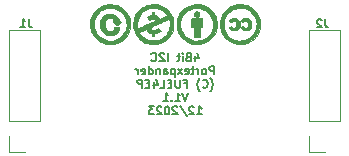
<source format=gbr>
%TF.GenerationSoftware,KiCad,Pcbnew,6.0.11-2627ca5db0~126~ubuntu22.04.1*%
%TF.CreationDate,2023-12-16T12:01:51+01:00*%
%TF.ProjectId,4Bit_I2C_Port_Expander_Module_FUEL4EP,34426974-5f49-4324-935f-506f72745f45,V1.1*%
%TF.SameCoordinates,Original*%
%TF.FileFunction,Legend,Bot*%
%TF.FilePolarity,Positive*%
%FSLAX46Y46*%
G04 Gerber Fmt 4.6, Leading zero omitted, Abs format (unit mm)*
G04 Created by KiCad (PCBNEW 6.0.11-2627ca5db0~126~ubuntu22.04.1) date 2023-12-16 12:01:51*
%MOMM*%
%LPD*%
G01*
G04 APERTURE LIST*
%ADD10C,0.152400*%
%ADD11C,0.150000*%
%ADD12C,0.120000*%
%ADD13C,0.010000*%
%ADD14C,1.000000*%
%ADD15R,1.700000X1.700000*%
%ADD16O,1.700000X1.700000*%
G04 APERTURE END LIST*
D10*
X16940000Y8789000D02*
X16940000Y8322333D01*
X17106666Y9055666D02*
X17273333Y8555666D01*
X16840000Y8555666D01*
X16340000Y8689000D02*
X16240000Y8655666D01*
X16206666Y8622333D01*
X16173333Y8555666D01*
X16173333Y8455666D01*
X16206666Y8389000D01*
X16240000Y8355666D01*
X16306666Y8322333D01*
X16573333Y8322333D01*
X16573333Y9022333D01*
X16340000Y9022333D01*
X16273333Y8989000D01*
X16240000Y8955666D01*
X16206666Y8889000D01*
X16206666Y8822333D01*
X16240000Y8755666D01*
X16273333Y8722333D01*
X16340000Y8689000D01*
X16573333Y8689000D01*
X15873333Y8322333D02*
X15873333Y8789000D01*
X15873333Y9022333D02*
X15906666Y8989000D01*
X15873333Y8955666D01*
X15840000Y8989000D01*
X15873333Y9022333D01*
X15873333Y8955666D01*
X15640000Y8789000D02*
X15373333Y8789000D01*
X15540000Y9022333D02*
X15540000Y8422333D01*
X15506666Y8355666D01*
X15440000Y8322333D01*
X15373333Y8322333D01*
X14606666Y8322333D02*
X14606666Y9022333D01*
X14306666Y8955666D02*
X14273333Y8989000D01*
X14206666Y9022333D01*
X14040000Y9022333D01*
X13973333Y8989000D01*
X13940000Y8955666D01*
X13906666Y8889000D01*
X13906666Y8822333D01*
X13940000Y8722333D01*
X14340000Y8322333D01*
X13906666Y8322333D01*
X13206666Y8389000D02*
X13240000Y8355666D01*
X13340000Y8322333D01*
X13406666Y8322333D01*
X13506666Y8355666D01*
X13573333Y8422333D01*
X13606666Y8489000D01*
X13640000Y8622333D01*
X13640000Y8722333D01*
X13606666Y8855666D01*
X13573333Y8922333D01*
X13506666Y8989000D01*
X13406666Y9022333D01*
X13340000Y9022333D01*
X13240000Y8989000D01*
X13206666Y8955666D01*
X18523333Y7195333D02*
X18523333Y7895333D01*
X18256666Y7895333D01*
X18190000Y7862000D01*
X18156666Y7828666D01*
X18123333Y7762000D01*
X18123333Y7662000D01*
X18156666Y7595333D01*
X18190000Y7562000D01*
X18256666Y7528666D01*
X18523333Y7528666D01*
X17723333Y7195333D02*
X17790000Y7228666D01*
X17823333Y7262000D01*
X17856666Y7328666D01*
X17856666Y7528666D01*
X17823333Y7595333D01*
X17790000Y7628666D01*
X17723333Y7662000D01*
X17623333Y7662000D01*
X17556666Y7628666D01*
X17523333Y7595333D01*
X17490000Y7528666D01*
X17490000Y7328666D01*
X17523333Y7262000D01*
X17556666Y7228666D01*
X17623333Y7195333D01*
X17723333Y7195333D01*
X17190000Y7195333D02*
X17190000Y7662000D01*
X17190000Y7528666D02*
X17156666Y7595333D01*
X17123333Y7628666D01*
X17056666Y7662000D01*
X16990000Y7662000D01*
X16856666Y7662000D02*
X16590000Y7662000D01*
X16756666Y7895333D02*
X16756666Y7295333D01*
X16723333Y7228666D01*
X16656666Y7195333D01*
X16590000Y7195333D01*
X16090000Y7228666D02*
X16156666Y7195333D01*
X16290000Y7195333D01*
X16356666Y7228666D01*
X16390000Y7295333D01*
X16390000Y7562000D01*
X16356666Y7628666D01*
X16290000Y7662000D01*
X16156666Y7662000D01*
X16090000Y7628666D01*
X16056666Y7562000D01*
X16056666Y7495333D01*
X16390000Y7428666D01*
X15823333Y7195333D02*
X15456666Y7662000D01*
X15823333Y7662000D02*
X15456666Y7195333D01*
X15190000Y7662000D02*
X15190000Y6962000D01*
X15190000Y7628666D02*
X15123333Y7662000D01*
X14990000Y7662000D01*
X14923333Y7628666D01*
X14890000Y7595333D01*
X14856666Y7528666D01*
X14856666Y7328666D01*
X14890000Y7262000D01*
X14923333Y7228666D01*
X14990000Y7195333D01*
X15123333Y7195333D01*
X15190000Y7228666D01*
X14256666Y7195333D02*
X14256666Y7562000D01*
X14290000Y7628666D01*
X14356666Y7662000D01*
X14490000Y7662000D01*
X14556666Y7628666D01*
X14256666Y7228666D02*
X14323333Y7195333D01*
X14490000Y7195333D01*
X14556666Y7228666D01*
X14590000Y7295333D01*
X14590000Y7362000D01*
X14556666Y7428666D01*
X14490000Y7462000D01*
X14323333Y7462000D01*
X14256666Y7495333D01*
X13923333Y7662000D02*
X13923333Y7195333D01*
X13923333Y7595333D02*
X13890000Y7628666D01*
X13823333Y7662000D01*
X13723333Y7662000D01*
X13656666Y7628666D01*
X13623333Y7562000D01*
X13623333Y7195333D01*
X12990000Y7195333D02*
X12990000Y7895333D01*
X12990000Y7228666D02*
X13056666Y7195333D01*
X13190000Y7195333D01*
X13256666Y7228666D01*
X13290000Y7262000D01*
X13323333Y7328666D01*
X13323333Y7528666D01*
X13290000Y7595333D01*
X13256666Y7628666D01*
X13190000Y7662000D01*
X13056666Y7662000D01*
X12990000Y7628666D01*
X12390000Y7228666D02*
X12456666Y7195333D01*
X12590000Y7195333D01*
X12656666Y7228666D01*
X12690000Y7295333D01*
X12690000Y7562000D01*
X12656666Y7628666D01*
X12590000Y7662000D01*
X12456666Y7662000D01*
X12390000Y7628666D01*
X12356666Y7562000D01*
X12356666Y7495333D01*
X12690000Y7428666D01*
X12056666Y7195333D02*
X12056666Y7662000D01*
X12056666Y7528666D02*
X12023333Y7595333D01*
X11990000Y7628666D01*
X11923333Y7662000D01*
X11856666Y7662000D01*
X18223333Y5801666D02*
X18256666Y5835000D01*
X18323333Y5935000D01*
X18356666Y6001666D01*
X18390000Y6101666D01*
X18423333Y6268333D01*
X18423333Y6401666D01*
X18390000Y6568333D01*
X18356666Y6668333D01*
X18323333Y6735000D01*
X18256666Y6835000D01*
X18223333Y6868333D01*
X17556666Y6135000D02*
X17590000Y6101666D01*
X17690000Y6068333D01*
X17756666Y6068333D01*
X17856666Y6101666D01*
X17923333Y6168333D01*
X17956666Y6235000D01*
X17990000Y6368333D01*
X17990000Y6468333D01*
X17956666Y6601666D01*
X17923333Y6668333D01*
X17856666Y6735000D01*
X17756666Y6768333D01*
X17690000Y6768333D01*
X17590000Y6735000D01*
X17556666Y6701666D01*
X17323333Y5801666D02*
X17290000Y5835000D01*
X17223333Y5935000D01*
X17190000Y6001666D01*
X17156666Y6101666D01*
X17123333Y6268333D01*
X17123333Y6401666D01*
X17156666Y6568333D01*
X17190000Y6668333D01*
X17223333Y6735000D01*
X17290000Y6835000D01*
X17323333Y6868333D01*
X16023333Y6435000D02*
X16256666Y6435000D01*
X16256666Y6068333D02*
X16256666Y6768333D01*
X15923333Y6768333D01*
X15656666Y6768333D02*
X15656666Y6201666D01*
X15623333Y6135000D01*
X15590000Y6101666D01*
X15523333Y6068333D01*
X15390000Y6068333D01*
X15323333Y6101666D01*
X15290000Y6135000D01*
X15256666Y6201666D01*
X15256666Y6768333D01*
X14923333Y6435000D02*
X14690000Y6435000D01*
X14590000Y6068333D02*
X14923333Y6068333D01*
X14923333Y6768333D01*
X14590000Y6768333D01*
X13956666Y6068333D02*
X14290000Y6068333D01*
X14290000Y6768333D01*
X13423333Y6535000D02*
X13423333Y6068333D01*
X13590000Y6801666D02*
X13756666Y6301666D01*
X13323333Y6301666D01*
X13056666Y6435000D02*
X12823333Y6435000D01*
X12723333Y6068333D02*
X13056666Y6068333D01*
X13056666Y6768333D01*
X12723333Y6768333D01*
X12423333Y6068333D02*
X12423333Y6768333D01*
X12156666Y6768333D01*
X12090000Y6735000D01*
X12056666Y6701666D01*
X12023333Y6635000D01*
X12023333Y6535000D01*
X12056666Y6468333D01*
X12090000Y6435000D01*
X12156666Y6401666D01*
X12423333Y6401666D01*
X16306666Y5641333D02*
X16073333Y4941333D01*
X15840000Y5641333D01*
X15240000Y4941333D02*
X15640000Y4941333D01*
X15440000Y4941333D02*
X15440000Y5641333D01*
X15506666Y5541333D01*
X15573333Y5474666D01*
X15640000Y5441333D01*
X14940000Y5008000D02*
X14906666Y4974666D01*
X14940000Y4941333D01*
X14973333Y4974666D01*
X14940000Y5008000D01*
X14940000Y4941333D01*
X14240000Y4941333D02*
X14640000Y4941333D01*
X14440000Y4941333D02*
X14440000Y5641333D01*
X14506666Y5541333D01*
X14573333Y5474666D01*
X14640000Y5441333D01*
X17073333Y3814333D02*
X17473333Y3814333D01*
X17273333Y3814333D02*
X17273333Y4514333D01*
X17340000Y4414333D01*
X17406666Y4347666D01*
X17473333Y4314333D01*
X16806666Y4447666D02*
X16773333Y4481000D01*
X16706666Y4514333D01*
X16540000Y4514333D01*
X16473333Y4481000D01*
X16440000Y4447666D01*
X16406666Y4381000D01*
X16406666Y4314333D01*
X16440000Y4214333D01*
X16840000Y3814333D01*
X16406666Y3814333D01*
X15606666Y4547666D02*
X16206666Y3647666D01*
X15406666Y4447666D02*
X15373333Y4481000D01*
X15306666Y4514333D01*
X15140000Y4514333D01*
X15073333Y4481000D01*
X15040000Y4447666D01*
X15006666Y4381000D01*
X15006666Y4314333D01*
X15040000Y4214333D01*
X15440000Y3814333D01*
X15006666Y3814333D01*
X14573333Y4514333D02*
X14506666Y4514333D01*
X14440000Y4481000D01*
X14406666Y4447666D01*
X14373333Y4381000D01*
X14340000Y4247666D01*
X14340000Y4081000D01*
X14373333Y3947666D01*
X14406666Y3881000D01*
X14440000Y3847666D01*
X14506666Y3814333D01*
X14573333Y3814333D01*
X14640000Y3847666D01*
X14673333Y3881000D01*
X14706666Y3947666D01*
X14740000Y4081000D01*
X14740000Y4247666D01*
X14706666Y4381000D01*
X14673333Y4447666D01*
X14640000Y4481000D01*
X14573333Y4514333D01*
X14073333Y4447666D02*
X14040000Y4481000D01*
X13973333Y4514333D01*
X13806666Y4514333D01*
X13740000Y4481000D01*
X13706666Y4447666D01*
X13673333Y4381000D01*
X13673333Y4314333D01*
X13706666Y4214333D01*
X14106666Y3814333D01*
X13673333Y3814333D01*
X13440000Y4514333D02*
X13006666Y4514333D01*
X13240000Y4247666D01*
X13140000Y4247666D01*
X13073333Y4214333D01*
X13040000Y4181000D01*
X13006666Y4114333D01*
X13006666Y3947666D01*
X13040000Y3881000D01*
X13073333Y3847666D01*
X13140000Y3814333D01*
X13340000Y3814333D01*
X13406666Y3847666D01*
X13440000Y3881000D01*
D11*
%TO.C,J1*%
X2833333Y11883333D02*
X2833333Y11383333D01*
X2866666Y11283333D01*
X2933333Y11216666D01*
X3033333Y11183333D01*
X3100000Y11183333D01*
X2133333Y11183333D02*
X2533333Y11183333D01*
X2333333Y11183333D02*
X2333333Y11883333D01*
X2400000Y11783333D01*
X2466666Y11716666D01*
X2533333Y11683333D01*
%TO.C,J2*%
X27933333Y11883333D02*
X27933333Y11383333D01*
X27966666Y11283333D01*
X28033333Y11216666D01*
X28133333Y11183333D01*
X28200000Y11183333D01*
X27633333Y11816666D02*
X27600000Y11850000D01*
X27533333Y11883333D01*
X27366666Y11883333D01*
X27300000Y11850000D01*
X27266666Y11816666D01*
X27233333Y11750000D01*
X27233333Y11683333D01*
X27266666Y11583333D01*
X27666666Y11183333D01*
X27233333Y11183333D01*
D12*
%TO.C,J1*%
X1170000Y3270000D02*
X3830000Y3270000D01*
X1170000Y10950000D02*
X3830000Y10950000D01*
X3830000Y3270000D02*
X3830000Y10950000D01*
X1170000Y2000000D02*
X1170000Y670000D01*
X1170000Y3270000D02*
X1170000Y10950000D01*
X1170000Y670000D02*
X2500000Y670000D01*
%TO.C,J2*%
X29230000Y3270000D02*
X29230000Y10950000D01*
X26570000Y670000D02*
X27900000Y670000D01*
X26570000Y10950000D02*
X29230000Y10950000D01*
X26570000Y3270000D02*
X26570000Y10950000D01*
X26570000Y2000000D02*
X26570000Y670000D01*
X26570000Y3270000D02*
X29230000Y3270000D01*
%TO.C,LOGO1*%
G36*
X22401776Y11125617D02*
G01*
X22341444Y10897552D01*
X22249938Y10680493D01*
X22127783Y10479053D01*
X22092113Y10430736D01*
X21924853Y10239970D01*
X21736853Y10078929D01*
X21528750Y9948029D01*
X21301183Y9847686D01*
X21054786Y9778316D01*
X20921539Y9756437D01*
X20689207Y9746037D01*
X20457219Y9768872D01*
X20229492Y9823313D01*
X20009941Y9907727D01*
X19802485Y10020484D01*
X19611038Y10159952D01*
X19439518Y10324501D01*
X19291842Y10512500D01*
X19251390Y10576073D01*
X19150442Y10777914D01*
X19078168Y10995749D01*
X19034982Y11224389D01*
X19021301Y11458644D01*
X19026560Y11534647D01*
X19331008Y11534647D01*
X19333317Y11320274D01*
X19367890Y11111284D01*
X19433725Y10911389D01*
X19529824Y10724302D01*
X19655184Y10553736D01*
X19808807Y10403403D01*
X19918485Y10322235D01*
X20070059Y10232164D01*
X20229449Y10157542D01*
X20382581Y10105671D01*
X20438876Y10092927D01*
X20591947Y10072936D01*
X20756996Y10068299D01*
X20919230Y10079028D01*
X21063857Y10105133D01*
X21110160Y10118019D01*
X21311670Y10195972D01*
X21501635Y10304558D01*
X21673303Y10439391D01*
X21819925Y10596090D01*
X21877496Y10673720D01*
X21988416Y10863871D01*
X22066092Y11063201D01*
X22110738Y11268462D01*
X22122572Y11476407D01*
X22101809Y11683788D01*
X22048664Y11887356D01*
X21963355Y12083865D01*
X21846097Y12270066D01*
X21697106Y12442712D01*
X21648782Y12488834D01*
X21474208Y12624049D01*
X21283454Y12727450D01*
X21079153Y12798056D01*
X20863940Y12834882D01*
X20640447Y12836946D01*
X20515449Y12823743D01*
X20301537Y12776404D01*
X20105355Y12698195D01*
X19924396Y12588003D01*
X19756151Y12444714D01*
X19704267Y12391713D01*
X19576239Y12237571D01*
X19477973Y12077176D01*
X19404746Y11903252D01*
X19361961Y11750689D01*
X19331008Y11534647D01*
X19026560Y11534647D01*
X19037539Y11693325D01*
X19084110Y11923242D01*
X19161431Y12143206D01*
X19168245Y12158624D01*
X19280104Y12364692D01*
X19421776Y12554031D01*
X19589534Y12723324D01*
X19779651Y12869256D01*
X19988400Y12988512D01*
X20212053Y13077777D01*
X20251275Y13089538D01*
X20449548Y13130688D01*
X20662613Y13148539D01*
X20879843Y13143229D01*
X21090616Y13114898D01*
X21284305Y13063686D01*
X21292187Y13060945D01*
X21511427Y12965196D01*
X21715054Y12838451D01*
X21899913Y12683727D01*
X22062852Y12504041D01*
X22200716Y12302412D01*
X22310352Y12081857D01*
X22320859Y12055721D01*
X22390476Y11829741D01*
X22426817Y11596323D01*
X22428641Y11476407D01*
X22430409Y11360077D01*
X22401776Y11125617D01*
G37*
D13*
X22401776Y11125617D02*
X22341444Y10897552D01*
X22249938Y10680493D01*
X22127783Y10479053D01*
X22092113Y10430736D01*
X21924853Y10239970D01*
X21736853Y10078929D01*
X21528750Y9948029D01*
X21301183Y9847686D01*
X21054786Y9778316D01*
X20921539Y9756437D01*
X20689207Y9746037D01*
X20457219Y9768872D01*
X20229492Y9823313D01*
X20009941Y9907727D01*
X19802485Y10020484D01*
X19611038Y10159952D01*
X19439518Y10324501D01*
X19291842Y10512500D01*
X19251390Y10576073D01*
X19150442Y10777914D01*
X19078168Y10995749D01*
X19034982Y11224389D01*
X19021301Y11458644D01*
X19026560Y11534647D01*
X19331008Y11534647D01*
X19333317Y11320274D01*
X19367890Y11111284D01*
X19433725Y10911389D01*
X19529824Y10724302D01*
X19655184Y10553736D01*
X19808807Y10403403D01*
X19918485Y10322235D01*
X20070059Y10232164D01*
X20229449Y10157542D01*
X20382581Y10105671D01*
X20438876Y10092927D01*
X20591947Y10072936D01*
X20756996Y10068299D01*
X20919230Y10079028D01*
X21063857Y10105133D01*
X21110160Y10118019D01*
X21311670Y10195972D01*
X21501635Y10304558D01*
X21673303Y10439391D01*
X21819925Y10596090D01*
X21877496Y10673720D01*
X21988416Y10863871D01*
X22066092Y11063201D01*
X22110738Y11268462D01*
X22122572Y11476407D01*
X22101809Y11683788D01*
X22048664Y11887356D01*
X21963355Y12083865D01*
X21846097Y12270066D01*
X21697106Y12442712D01*
X21648782Y12488834D01*
X21474208Y12624049D01*
X21283454Y12727450D01*
X21079153Y12798056D01*
X20863940Y12834882D01*
X20640447Y12836946D01*
X20515449Y12823743D01*
X20301537Y12776404D01*
X20105355Y12698195D01*
X19924396Y12588003D01*
X19756151Y12444714D01*
X19704267Y12391713D01*
X19576239Y12237571D01*
X19477973Y12077176D01*
X19404746Y11903252D01*
X19361961Y11750689D01*
X19331008Y11534647D01*
X19026560Y11534647D01*
X19037539Y11693325D01*
X19084110Y11923242D01*
X19161431Y12143206D01*
X19168245Y12158624D01*
X19280104Y12364692D01*
X19421776Y12554031D01*
X19589534Y12723324D01*
X19779651Y12869256D01*
X19988400Y12988512D01*
X20212053Y13077777D01*
X20251275Y13089538D01*
X20449548Y13130688D01*
X20662613Y13148539D01*
X20879843Y13143229D01*
X21090616Y13114898D01*
X21284305Y13063686D01*
X21292187Y13060945D01*
X21511427Y12965196D01*
X21715054Y12838451D01*
X21899913Y12683727D01*
X22062852Y12504041D01*
X22200716Y12302412D01*
X22310352Y12081857D01*
X22320859Y12055721D01*
X22390476Y11829741D01*
X22426817Y11596323D01*
X22428641Y11476407D01*
X22430409Y11360077D01*
X22401776Y11125617D01*
G36*
X18754317Y11291119D02*
G01*
X18741917Y11158273D01*
X18722731Y11048711D01*
X18666197Y10861259D01*
X18572870Y10656078D01*
X18448286Y10463494D01*
X18290044Y10279236D01*
X18185147Y10177679D01*
X17999209Y10029751D01*
X17802754Y9913934D01*
X17591131Y9827672D01*
X17359685Y9768412D01*
X17290505Y9758564D01*
X17171241Y9750830D01*
X17037834Y9750003D01*
X16902780Y9755765D01*
X16778577Y9767798D01*
X16677722Y9785783D01*
X16481457Y9845458D01*
X16255784Y9947074D01*
X16046204Y10080694D01*
X15850780Y10247400D01*
X15701523Y10410295D01*
X15570740Y10598700D01*
X15470871Y10802480D01*
X15399515Y11025775D01*
X15387849Y11079638D01*
X15367432Y11229943D01*
X15358435Y11396790D01*
X15359144Y11446857D01*
X15668125Y11446857D01*
X15670159Y11342658D01*
X15681035Y11208930D01*
X15703582Y11090441D01*
X15740362Y10975046D01*
X15793937Y10850597D01*
X15881153Y10697464D01*
X16008003Y10535816D01*
X16159259Y10390829D01*
X16329039Y10267344D01*
X16511461Y10170204D01*
X16700643Y10104249D01*
X16862769Y10073145D01*
X17078685Y10060880D01*
X17292990Y10080027D01*
X17496932Y10130301D01*
X17612813Y10173558D01*
X17716587Y10223836D01*
X17817706Y10287202D01*
X17929246Y10370934D01*
X17956456Y10393154D01*
X18113454Y10547233D01*
X18244823Y10723270D01*
X18347204Y10916107D01*
X18417241Y11120587D01*
X18423128Y11145571D01*
X18444215Y11286345D01*
X18451167Y11442393D01*
X18444404Y11601375D01*
X18424347Y11750953D01*
X18391415Y11878789D01*
X18387424Y11890093D01*
X18301764Y12080039D01*
X18187102Y12258426D01*
X18048183Y12420386D01*
X17889753Y12561050D01*
X17716559Y12675550D01*
X17533345Y12759018D01*
X17476007Y12778013D01*
X17258577Y12826389D01*
X17037434Y12839956D01*
X16816631Y12819014D01*
X16600218Y12763860D01*
X16392250Y12674794D01*
X16324943Y12636551D01*
X16247690Y12583049D01*
X16166642Y12515032D01*
X16072654Y12425361D01*
X15996517Y12347857D01*
X15938448Y12282893D01*
X15893441Y12223067D01*
X15854333Y12158833D01*
X15813960Y12080647D01*
X15807975Y12068408D01*
X15749572Y11939491D01*
X15709301Y11825547D01*
X15684246Y11713906D01*
X15671493Y11591899D01*
X15668125Y11446857D01*
X15359144Y11446857D01*
X15360853Y11567480D01*
X15374681Y11729319D01*
X15399912Y11869610D01*
X15451024Y12037727D01*
X15549774Y12258329D01*
X15678970Y12462087D01*
X15836370Y12646093D01*
X16019738Y12807441D01*
X16226833Y12943224D01*
X16419769Y13033814D01*
X16643079Y13102746D01*
X16876143Y13141260D01*
X17113514Y13149202D01*
X17349742Y13126415D01*
X17579379Y13072745D01*
X17796978Y12988035D01*
X17909069Y12929024D01*
X18107847Y12794863D01*
X18286142Y12634705D01*
X18440928Y12452354D01*
X18569181Y12251611D01*
X18667876Y12036279D01*
X18733989Y11810158D01*
X18749036Y11710120D01*
X18758052Y11578967D01*
X18759671Y11442393D01*
X18759754Y11435325D01*
X18754317Y11291119D01*
G37*
X18754317Y11291119D02*
X18741917Y11158273D01*
X18722731Y11048711D01*
X18666197Y10861259D01*
X18572870Y10656078D01*
X18448286Y10463494D01*
X18290044Y10279236D01*
X18185147Y10177679D01*
X17999209Y10029751D01*
X17802754Y9913934D01*
X17591131Y9827672D01*
X17359685Y9768412D01*
X17290505Y9758564D01*
X17171241Y9750830D01*
X17037834Y9750003D01*
X16902780Y9755765D01*
X16778577Y9767798D01*
X16677722Y9785783D01*
X16481457Y9845458D01*
X16255784Y9947074D01*
X16046204Y10080694D01*
X15850780Y10247400D01*
X15701523Y10410295D01*
X15570740Y10598700D01*
X15470871Y10802480D01*
X15399515Y11025775D01*
X15387849Y11079638D01*
X15367432Y11229943D01*
X15358435Y11396790D01*
X15359144Y11446857D01*
X15668125Y11446857D01*
X15670159Y11342658D01*
X15681035Y11208930D01*
X15703582Y11090441D01*
X15740362Y10975046D01*
X15793937Y10850597D01*
X15881153Y10697464D01*
X16008003Y10535816D01*
X16159259Y10390829D01*
X16329039Y10267344D01*
X16511461Y10170204D01*
X16700643Y10104249D01*
X16862769Y10073145D01*
X17078685Y10060880D01*
X17292990Y10080027D01*
X17496932Y10130301D01*
X17612813Y10173558D01*
X17716587Y10223836D01*
X17817706Y10287202D01*
X17929246Y10370934D01*
X17956456Y10393154D01*
X18113454Y10547233D01*
X18244823Y10723270D01*
X18347204Y10916107D01*
X18417241Y11120587D01*
X18423128Y11145571D01*
X18444215Y11286345D01*
X18451167Y11442393D01*
X18444404Y11601375D01*
X18424347Y11750953D01*
X18391415Y11878789D01*
X18387424Y11890093D01*
X18301764Y12080039D01*
X18187102Y12258426D01*
X18048183Y12420386D01*
X17889753Y12561050D01*
X17716559Y12675550D01*
X17533345Y12759018D01*
X17476007Y12778013D01*
X17258577Y12826389D01*
X17037434Y12839956D01*
X16816631Y12819014D01*
X16600218Y12763860D01*
X16392250Y12674794D01*
X16324943Y12636551D01*
X16247690Y12583049D01*
X16166642Y12515032D01*
X16072654Y12425361D01*
X15996517Y12347857D01*
X15938448Y12282893D01*
X15893441Y12223067D01*
X15854333Y12158833D01*
X15813960Y12080647D01*
X15807975Y12068408D01*
X15749572Y11939491D01*
X15709301Y11825547D01*
X15684246Y11713906D01*
X15671493Y11591899D01*
X15668125Y11446857D01*
X15359144Y11446857D01*
X15360853Y11567480D01*
X15374681Y11729319D01*
X15399912Y11869610D01*
X15451024Y12037727D01*
X15549774Y12258329D01*
X15678970Y12462087D01*
X15836370Y12646093D01*
X16019738Y12807441D01*
X16226833Y12943224D01*
X16419769Y13033814D01*
X16643079Y13102746D01*
X16876143Y13141260D01*
X17113514Y13149202D01*
X17349742Y13126415D01*
X17579379Y13072745D01*
X17796978Y12988035D01*
X17909069Y12929024D01*
X18107847Y12794863D01*
X18286142Y12634705D01*
X18440928Y12452354D01*
X18569181Y12251611D01*
X18667876Y12036279D01*
X18733989Y11810158D01*
X18749036Y11710120D01*
X18758052Y11578967D01*
X18759671Y11442393D01*
X18759754Y11435325D01*
X18754317Y11291119D01*
G36*
X21289851Y11967506D02*
G01*
X21376564Y11951432D01*
X21376867Y11951341D01*
X21461605Y11910362D01*
X21543931Y11843680D01*
X21613897Y11761042D01*
X21661555Y11672195D01*
X21679748Y11612547D01*
X21698053Y11481497D01*
X21692380Y11347074D01*
X21662688Y11224548D01*
X21631717Y11158954D01*
X21556183Y11060314D01*
X21458229Y10983982D01*
X21345072Y10936501D01*
X21303044Y10930335D01*
X21236805Y10926966D01*
X21163643Y10927712D01*
X21099562Y10933043D01*
X20991414Y10959772D01*
X20898971Y11012157D01*
X20811814Y11095155D01*
X20736780Y11180398D01*
X20827104Y11231985D01*
X20841833Y11240314D01*
X20902118Y11270758D01*
X20941887Y11280635D01*
X20968724Y11270328D01*
X20990213Y11240218D01*
X21022234Y11201058D01*
X21083584Y11167462D01*
X21156913Y11155639D01*
X21231622Y11166892D01*
X21297111Y11202522D01*
X21314001Y11218074D01*
X21361607Y11287918D01*
X21385108Y11378833D01*
X21385720Y11494835D01*
X21378060Y11556943D01*
X21353801Y11637277D01*
X21312088Y11693314D01*
X21249283Y11731361D01*
X21224781Y11739820D01*
X21144000Y11745239D01*
X21068835Y11719083D01*
X21009091Y11664097D01*
X20970645Y11610104D01*
X20863252Y11669088D01*
X20809301Y11701276D01*
X20770520Y11729326D01*
X20755644Y11746973D01*
X20759348Y11759746D01*
X20785751Y11795390D01*
X20830408Y11838943D01*
X20884831Y11883203D01*
X20940535Y11920967D01*
X20989031Y11945035D01*
X20997446Y11947839D01*
X21083953Y11965439D01*
X21186868Y11972085D01*
X21289851Y11967506D01*
G37*
X21289851Y11967506D02*
X21376564Y11951432D01*
X21376867Y11951341D01*
X21461605Y11910362D01*
X21543931Y11843680D01*
X21613897Y11761042D01*
X21661555Y11672195D01*
X21679748Y11612547D01*
X21698053Y11481497D01*
X21692380Y11347074D01*
X21662688Y11224548D01*
X21631717Y11158954D01*
X21556183Y11060314D01*
X21458229Y10983982D01*
X21345072Y10936501D01*
X21303044Y10930335D01*
X21236805Y10926966D01*
X21163643Y10927712D01*
X21099562Y10933043D01*
X20991414Y10959772D01*
X20898971Y11012157D01*
X20811814Y11095155D01*
X20736780Y11180398D01*
X20827104Y11231985D01*
X20841833Y11240314D01*
X20902118Y11270758D01*
X20941887Y11280635D01*
X20968724Y11270328D01*
X20990213Y11240218D01*
X21022234Y11201058D01*
X21083584Y11167462D01*
X21156913Y11155639D01*
X21231622Y11166892D01*
X21297111Y11202522D01*
X21314001Y11218074D01*
X21361607Y11287918D01*
X21385108Y11378833D01*
X21385720Y11494835D01*
X21378060Y11556943D01*
X21353801Y11637277D01*
X21312088Y11693314D01*
X21249283Y11731361D01*
X21224781Y11739820D01*
X21144000Y11745239D01*
X21068835Y11719083D01*
X21009091Y11664097D01*
X20970645Y11610104D01*
X20863252Y11669088D01*
X20809301Y11701276D01*
X20770520Y11729326D01*
X20755644Y11746973D01*
X20759348Y11759746D01*
X20785751Y11795390D01*
X20830408Y11838943D01*
X20884831Y11883203D01*
X20940535Y11920967D01*
X20989031Y11945035D01*
X20997446Y11947839D01*
X21083953Y11965439D01*
X21186868Y11972085D01*
X21289851Y11967506D01*
G36*
X20369130Y11956360D02*
G01*
X20390323Y11949924D01*
X20493868Y11897217D01*
X20584396Y11815781D01*
X20654807Y11711699D01*
X20662354Y11696753D01*
X20686806Y11641873D01*
X20700852Y11591179D01*
X20707255Y11531199D01*
X20708776Y11448466D01*
X20708772Y11443224D01*
X20706834Y11360197D01*
X20699545Y11299024D01*
X20684270Y11246083D01*
X20658378Y11187751D01*
X20593645Y11086070D01*
X20502540Y11001716D01*
X20392572Y10947507D01*
X20306730Y10928967D01*
X20184788Y10925762D01*
X20064046Y10944822D01*
X19959126Y10984886D01*
X19945872Y10992476D01*
X19890161Y11031384D01*
X19837453Y11077472D01*
X19794432Y11123745D01*
X19767781Y11163211D01*
X19764183Y11188876D01*
X19775268Y11198235D01*
X19812190Y11220104D01*
X19864054Y11246174D01*
X19954776Y11288665D01*
X20017066Y11222618D01*
X20035506Y11203600D01*
X20073513Y11172752D01*
X20114027Y11159436D01*
X20173860Y11156571D01*
X20179733Y11156587D01*
X20239968Y11160719D01*
X20281400Y11176031D01*
X20319925Y11208133D01*
X20368182Y11279098D01*
X20397294Y11371068D01*
X20405591Y11472448D01*
X20392204Y11572439D01*
X20356265Y11660244D01*
X20327866Y11695532D01*
X20263094Y11736287D01*
X20187499Y11749630D01*
X20112397Y11732221D01*
X20109336Y11730727D01*
X20057814Y11697366D01*
X20017776Y11658653D01*
X19984357Y11614271D01*
X19881358Y11666230D01*
X19832001Y11692330D01*
X19789131Y11717659D01*
X19769165Y11733063D01*
X19769184Y11750019D01*
X19790081Y11786093D01*
X19828988Y11830166D01*
X19879115Y11874823D01*
X19933669Y11912651D01*
X19966924Y11928993D01*
X20058550Y11956246D01*
X20165138Y11970796D01*
X20273170Y11971286D01*
X20369130Y11956360D01*
G37*
X20369130Y11956360D02*
X20390323Y11949924D01*
X20493868Y11897217D01*
X20584396Y11815781D01*
X20654807Y11711699D01*
X20662354Y11696753D01*
X20686806Y11641873D01*
X20700852Y11591179D01*
X20707255Y11531199D01*
X20708776Y11448466D01*
X20708772Y11443224D01*
X20706834Y11360197D01*
X20699545Y11299024D01*
X20684270Y11246083D01*
X20658378Y11187751D01*
X20593645Y11086070D01*
X20502540Y11001716D01*
X20392572Y10947507D01*
X20306730Y10928967D01*
X20184788Y10925762D01*
X20064046Y10944822D01*
X19959126Y10984886D01*
X19945872Y10992476D01*
X19890161Y11031384D01*
X19837453Y11077472D01*
X19794432Y11123745D01*
X19767781Y11163211D01*
X19764183Y11188876D01*
X19775268Y11198235D01*
X19812190Y11220104D01*
X19864054Y11246174D01*
X19954776Y11288665D01*
X20017066Y11222618D01*
X20035506Y11203600D01*
X20073513Y11172752D01*
X20114027Y11159436D01*
X20173860Y11156571D01*
X20179733Y11156587D01*
X20239968Y11160719D01*
X20281400Y11176031D01*
X20319925Y11208133D01*
X20368182Y11279098D01*
X20397294Y11371068D01*
X20405591Y11472448D01*
X20392204Y11572439D01*
X20356265Y11660244D01*
X20327866Y11695532D01*
X20263094Y11736287D01*
X20187499Y11749630D01*
X20112397Y11732221D01*
X20109336Y11730727D01*
X20057814Y11697366D01*
X20017776Y11658653D01*
X19984357Y11614271D01*
X19881358Y11666230D01*
X19832001Y11692330D01*
X19789131Y11717659D01*
X19769165Y11733063D01*
X19769184Y11750019D01*
X19790081Y11786093D01*
X19828988Y11830166D01*
X19879115Y11874823D01*
X19933669Y11912651D01*
X19966924Y11928993D01*
X20058550Y11956246D01*
X20165138Y11970796D01*
X20273170Y11971286D01*
X20369130Y11956360D01*
G36*
X15088227Y11249195D02*
G01*
X15075240Y11141670D01*
X15052542Y11035890D01*
X15018817Y10920714D01*
X14948692Y10742426D01*
X14835378Y10539547D01*
X14694020Y10352542D01*
X14528369Y10184679D01*
X14342176Y10039226D01*
X14139193Y9919450D01*
X13923169Y9828619D01*
X13697857Y9770000D01*
X13538262Y9749621D01*
X13302059Y9747744D01*
X13064989Y9777474D01*
X12835724Y9838124D01*
X12705117Y9888351D01*
X12528135Y9978749D01*
X12360822Y10093851D01*
X12194556Y10239048D01*
X12189904Y10243532D01*
X12029616Y10418698D01*
X11902282Y10603850D01*
X11832402Y10747579D01*
X12183693Y10747579D01*
X12207568Y10700785D01*
X12252539Y10638332D01*
X12315663Y10564332D01*
X12393995Y10482895D01*
X12396648Y10480283D01*
X12531326Y10358738D01*
X12664386Y10263399D01*
X12807548Y10186957D01*
X12972535Y10122103D01*
X13007764Y10110913D01*
X13069111Y10096206D01*
X13139579Y10086127D01*
X13228217Y10079538D01*
X13344072Y10075299D01*
X13452452Y10073818D01*
X13577948Y10077885D01*
X13684907Y10090810D01*
X13783375Y10114556D01*
X13883396Y10151081D01*
X13995015Y10202346D01*
X14032274Y10221239D01*
X14225274Y10341601D01*
X14392369Y10487255D01*
X14534253Y10658895D01*
X14651621Y10857214D01*
X14702522Y10970357D01*
X14750672Y11119589D01*
X14777568Y11275972D01*
X14786114Y11452347D01*
X14786026Y11468139D01*
X14782101Y11556544D01*
X14773288Y11648325D01*
X14760877Y11735558D01*
X14746154Y11810314D01*
X14730406Y11864671D01*
X14714921Y11890700D01*
X14714554Y11890775D01*
X14693369Y11883906D01*
X14643495Y11864240D01*
X14569020Y11833552D01*
X14474031Y11793618D01*
X14362615Y11746213D01*
X14238860Y11693113D01*
X14106855Y11636093D01*
X13970685Y11576929D01*
X13834440Y11517397D01*
X13702207Y11459272D01*
X13578074Y11404330D01*
X13466127Y11354346D01*
X13370455Y11311095D01*
X13295145Y11276354D01*
X13244286Y11251898D01*
X13220677Y11239395D01*
X13193860Y11217487D01*
X13182891Y11185870D01*
X13180786Y11131280D01*
X13180786Y11130263D01*
X13184294Y11072233D01*
X13198228Y11035939D01*
X13227917Y11007371D01*
X13280592Y10982618D01*
X13362174Y10971343D01*
X13455703Y10977921D01*
X13551567Y11000738D01*
X13640156Y11038180D01*
X13711860Y11088633D01*
X13753529Y11127778D01*
X13874149Y11007159D01*
X13994769Y10886539D01*
X13950634Y10849403D01*
X13886539Y10804317D01*
X13788090Y10753186D01*
X13683325Y10713560D01*
X13588334Y10692411D01*
X13481642Y10680340D01*
X13471072Y10421786D01*
X13275747Y10421786D01*
X13273624Y10547546D01*
X13271500Y10673306D01*
X13185792Y10695225D01*
X13067069Y10738825D01*
X12960592Y10806383D01*
X12878131Y10891762D01*
X12825300Y10990365D01*
X12823542Y10995274D01*
X12806537Y11032469D01*
X12792653Y11047714D01*
X12771091Y11040648D01*
X12723151Y11021208D01*
X12655484Y10992354D01*
X12574700Y10957045D01*
X12487405Y10918242D01*
X12400208Y10878903D01*
X12319718Y10841988D01*
X12252543Y10810456D01*
X12205290Y10787268D01*
X12184569Y10775381D01*
X12183858Y10774604D01*
X12183693Y10747579D01*
X11832402Y10747579D01*
X11804977Y10803986D01*
X11734772Y11024104D01*
X11724545Y11070016D01*
X11702830Y11221650D01*
X11693034Y11390358D01*
X11694288Y11492907D01*
X11997473Y11492907D01*
X11999989Y11314265D01*
X12022171Y11152036D01*
X12035258Y11117817D01*
X12053508Y11102531D01*
X12054351Y11102651D01*
X12078909Y11111612D01*
X12131911Y11133502D01*
X12209250Y11166492D01*
X12306816Y11208752D01*
X12420499Y11258453D01*
X12546191Y11313764D01*
X12679782Y11372858D01*
X12817163Y11433904D01*
X12954225Y11495073D01*
X13086858Y11554536D01*
X13210954Y11610462D01*
X13322404Y11661024D01*
X13417097Y11704390D01*
X13490925Y11738733D01*
X13539780Y11762221D01*
X13559550Y11773027D01*
X13567080Y11795936D01*
X13563440Y11836796D01*
X13541866Y11876481D01*
X13490805Y11911104D01*
X13419078Y11929512D01*
X13333525Y11930989D01*
X13240987Y11914818D01*
X13148304Y11880283D01*
X13062379Y11838537D01*
X12843617Y12054643D01*
X12893615Y12094703D01*
X12900416Y12099867D01*
X12960686Y12134466D01*
X13041556Y12168976D01*
X13129886Y12198338D01*
X13212536Y12217492D01*
X13280572Y12228644D01*
X13280572Y12481000D01*
X13480143Y12481000D01*
X13480143Y12354346D01*
X13480231Y12320343D01*
X13482150Y12267453D01*
X13489003Y12238300D01*
X13503921Y12224245D01*
X13530036Y12216645D01*
X13590204Y12201222D01*
X13717212Y12150016D01*
X13813521Y12080262D01*
X13878740Y11992213D01*
X13915466Y11920224D01*
X14119626Y12011080D01*
X14195024Y12044548D01*
X14288871Y12086009D01*
X14373509Y12123202D01*
X14436978Y12150861D01*
X14437456Y12151068D01*
X14494278Y12178385D01*
X14534834Y12203069D01*
X14550370Y12219798D01*
X14537662Y12247075D01*
X14502369Y12292246D01*
X14449972Y12349813D01*
X14385956Y12414424D01*
X14315806Y12480730D01*
X14245006Y12543380D01*
X14179043Y12597024D01*
X14123399Y12636312D01*
X14094134Y12654011D01*
X13901339Y12746978D01*
X13695585Y12809119D01*
X13482437Y12839978D01*
X13267457Y12839100D01*
X13056208Y12806028D01*
X12854252Y12740307D01*
X12694805Y12658762D01*
X12529478Y12542488D01*
X12378527Y12403372D01*
X12247428Y12247210D01*
X12141659Y12079798D01*
X12066697Y11906931D01*
X12048247Y11845230D01*
X12013826Y11674412D01*
X11997473Y11492907D01*
X11694288Y11492907D01*
X11695149Y11563346D01*
X11709172Y11727819D01*
X11735098Y11870983D01*
X11746903Y11915855D01*
X11829330Y12146233D01*
X11943435Y12360326D01*
X12087523Y12555769D01*
X12259901Y12730197D01*
X12458874Y12881245D01*
X12562162Y12942988D01*
X12773759Y13038957D01*
X13000036Y13105843D01*
X13235503Y13142952D01*
X13474671Y13149590D01*
X13712051Y13125064D01*
X13942154Y13068681D01*
X14058511Y13024483D01*
X14242682Y12929061D01*
X14421717Y12806616D01*
X14588261Y12662408D01*
X14734957Y12501698D01*
X14856681Y12332877D01*
X14918271Y12219798D01*
X14955731Y12151021D01*
X15026013Y11959986D01*
X15069955Y11753086D01*
X15089984Y11523632D01*
X15090327Y11514056D01*
X15091391Y11452347D01*
X15092817Y11369610D01*
X15088227Y11249195D01*
G37*
X15088227Y11249195D02*
X15075240Y11141670D01*
X15052542Y11035890D01*
X15018817Y10920714D01*
X14948692Y10742426D01*
X14835378Y10539547D01*
X14694020Y10352542D01*
X14528369Y10184679D01*
X14342176Y10039226D01*
X14139193Y9919450D01*
X13923169Y9828619D01*
X13697857Y9770000D01*
X13538262Y9749621D01*
X13302059Y9747744D01*
X13064989Y9777474D01*
X12835724Y9838124D01*
X12705117Y9888351D01*
X12528135Y9978749D01*
X12360822Y10093851D01*
X12194556Y10239048D01*
X12189904Y10243532D01*
X12029616Y10418698D01*
X11902282Y10603850D01*
X11832402Y10747579D01*
X12183693Y10747579D01*
X12207568Y10700785D01*
X12252539Y10638332D01*
X12315663Y10564332D01*
X12393995Y10482895D01*
X12396648Y10480283D01*
X12531326Y10358738D01*
X12664386Y10263399D01*
X12807548Y10186957D01*
X12972535Y10122103D01*
X13007764Y10110913D01*
X13069111Y10096206D01*
X13139579Y10086127D01*
X13228217Y10079538D01*
X13344072Y10075299D01*
X13452452Y10073818D01*
X13577948Y10077885D01*
X13684907Y10090810D01*
X13783375Y10114556D01*
X13883396Y10151081D01*
X13995015Y10202346D01*
X14032274Y10221239D01*
X14225274Y10341601D01*
X14392369Y10487255D01*
X14534253Y10658895D01*
X14651621Y10857214D01*
X14702522Y10970357D01*
X14750672Y11119589D01*
X14777568Y11275972D01*
X14786114Y11452347D01*
X14786026Y11468139D01*
X14782101Y11556544D01*
X14773288Y11648325D01*
X14760877Y11735558D01*
X14746154Y11810314D01*
X14730406Y11864671D01*
X14714921Y11890700D01*
X14714554Y11890775D01*
X14693369Y11883906D01*
X14643495Y11864240D01*
X14569020Y11833552D01*
X14474031Y11793618D01*
X14362615Y11746213D01*
X14238860Y11693113D01*
X14106855Y11636093D01*
X13970685Y11576929D01*
X13834440Y11517397D01*
X13702207Y11459272D01*
X13578074Y11404330D01*
X13466127Y11354346D01*
X13370455Y11311095D01*
X13295145Y11276354D01*
X13244286Y11251898D01*
X13220677Y11239395D01*
X13193860Y11217487D01*
X13182891Y11185870D01*
X13180786Y11131280D01*
X13180786Y11130263D01*
X13184294Y11072233D01*
X13198228Y11035939D01*
X13227917Y11007371D01*
X13280592Y10982618D01*
X13362174Y10971343D01*
X13455703Y10977921D01*
X13551567Y11000738D01*
X13640156Y11038180D01*
X13711860Y11088633D01*
X13753529Y11127778D01*
X13874149Y11007159D01*
X13994769Y10886539D01*
X13950634Y10849403D01*
X13886539Y10804317D01*
X13788090Y10753186D01*
X13683325Y10713560D01*
X13588334Y10692411D01*
X13481642Y10680340D01*
X13471072Y10421786D01*
X13275747Y10421786D01*
X13273624Y10547546D01*
X13271500Y10673306D01*
X13185792Y10695225D01*
X13067069Y10738825D01*
X12960592Y10806383D01*
X12878131Y10891762D01*
X12825300Y10990365D01*
X12823542Y10995274D01*
X12806537Y11032469D01*
X12792653Y11047714D01*
X12771091Y11040648D01*
X12723151Y11021208D01*
X12655484Y10992354D01*
X12574700Y10957045D01*
X12487405Y10918242D01*
X12400208Y10878903D01*
X12319718Y10841988D01*
X12252543Y10810456D01*
X12205290Y10787268D01*
X12184569Y10775381D01*
X12183858Y10774604D01*
X12183693Y10747579D01*
X11832402Y10747579D01*
X11804977Y10803986D01*
X11734772Y11024104D01*
X11724545Y11070016D01*
X11702830Y11221650D01*
X11693034Y11390358D01*
X11694288Y11492907D01*
X11997473Y11492907D01*
X11999989Y11314265D01*
X12022171Y11152036D01*
X12035258Y11117817D01*
X12053508Y11102531D01*
X12054351Y11102651D01*
X12078909Y11111612D01*
X12131911Y11133502D01*
X12209250Y11166492D01*
X12306816Y11208752D01*
X12420499Y11258453D01*
X12546191Y11313764D01*
X12679782Y11372858D01*
X12817163Y11433904D01*
X12954225Y11495073D01*
X13086858Y11554536D01*
X13210954Y11610462D01*
X13322404Y11661024D01*
X13417097Y11704390D01*
X13490925Y11738733D01*
X13539780Y11762221D01*
X13559550Y11773027D01*
X13567080Y11795936D01*
X13563440Y11836796D01*
X13541866Y11876481D01*
X13490805Y11911104D01*
X13419078Y11929512D01*
X13333525Y11930989D01*
X13240987Y11914818D01*
X13148304Y11880283D01*
X13062379Y11838537D01*
X12843617Y12054643D01*
X12893615Y12094703D01*
X12900416Y12099867D01*
X12960686Y12134466D01*
X13041556Y12168976D01*
X13129886Y12198338D01*
X13212536Y12217492D01*
X13280572Y12228644D01*
X13280572Y12481000D01*
X13480143Y12481000D01*
X13480143Y12354346D01*
X13480231Y12320343D01*
X13482150Y12267453D01*
X13489003Y12238300D01*
X13503921Y12224245D01*
X13530036Y12216645D01*
X13590204Y12201222D01*
X13717212Y12150016D01*
X13813521Y12080262D01*
X13878740Y11992213D01*
X13915466Y11920224D01*
X14119626Y12011080D01*
X14195024Y12044548D01*
X14288871Y12086009D01*
X14373509Y12123202D01*
X14436978Y12150861D01*
X14437456Y12151068D01*
X14494278Y12178385D01*
X14534834Y12203069D01*
X14550370Y12219798D01*
X14537662Y12247075D01*
X14502369Y12292246D01*
X14449972Y12349813D01*
X14385956Y12414424D01*
X14315806Y12480730D01*
X14245006Y12543380D01*
X14179043Y12597024D01*
X14123399Y12636312D01*
X14094134Y12654011D01*
X13901339Y12746978D01*
X13695585Y12809119D01*
X13482437Y12839978D01*
X13267457Y12839100D01*
X13056208Y12806028D01*
X12854252Y12740307D01*
X12694805Y12658762D01*
X12529478Y12542488D01*
X12378527Y12403372D01*
X12247428Y12247210D01*
X12141659Y12079798D01*
X12066697Y11906931D01*
X12048247Y11845230D01*
X12013826Y11674412D01*
X11997473Y11492907D01*
X11694288Y11492907D01*
X11695149Y11563346D01*
X11709172Y11727819D01*
X11735098Y11870983D01*
X11746903Y11915855D01*
X11829330Y12146233D01*
X11943435Y12360326D01*
X12087523Y12555769D01*
X12259901Y12730197D01*
X12458874Y12881245D01*
X12562162Y12942988D01*
X12773759Y13038957D01*
X13000036Y13105843D01*
X13235503Y13142952D01*
X13474671Y13149590D01*
X13712051Y13125064D01*
X13942154Y13068681D01*
X14058511Y13024483D01*
X14242682Y12929061D01*
X14421717Y12806616D01*
X14588261Y12662408D01*
X14734957Y12501698D01*
X14856681Y12332877D01*
X14918271Y12219798D01*
X14955731Y12151021D01*
X15026013Y11959986D01*
X15069955Y11753086D01*
X15089984Y11523632D01*
X15090327Y11514056D01*
X15091391Y11452347D01*
X15092817Y11369610D01*
X15088227Y11249195D01*
G36*
X11429089Y11383870D02*
G01*
X11404270Y11137411D01*
X11345709Y10904121D01*
X11253632Y10684569D01*
X11128265Y10479322D01*
X10969835Y10288946D01*
X10891194Y10210722D01*
X10706819Y10057356D01*
X10510912Y9935978D01*
X10298513Y9843789D01*
X10064660Y9777988D01*
X10007783Y9767267D01*
X9839739Y9750121D01*
X9658223Y9749276D01*
X9476846Y9764422D01*
X9309218Y9795247D01*
X9204427Y9825218D01*
X8989345Y9912385D01*
X8784429Y10029275D01*
X8595614Y10171691D01*
X8428835Y10335432D01*
X8290024Y10516302D01*
X8248260Y10584049D01*
X8146670Y10792847D01*
X8075069Y11014856D01*
X8033492Y11245318D01*
X8021971Y11479479D01*
X8027478Y11548619D01*
X8332957Y11548619D01*
X8335689Y11337655D01*
X8367184Y11129351D01*
X8426438Y10931341D01*
X8512448Y10751261D01*
X8551206Y10689883D01*
X8677551Y10531335D01*
X8829565Y10388321D01*
X9000378Y10266018D01*
X9183122Y10169601D01*
X9370929Y10104249D01*
X9413797Y10094249D01*
X9575222Y10069781D01*
X9744650Y10061321D01*
X9902501Y10070128D01*
X9923211Y10072847D01*
X10129302Y10119374D01*
X10325502Y10198100D01*
X10508245Y10305759D01*
X10673967Y10439082D01*
X10819103Y10594800D01*
X10940087Y10769645D01*
X11033355Y10960350D01*
X11095341Y11163645D01*
X11101280Y11194329D01*
X11115242Y11318146D01*
X11118746Y11457047D01*
X11112244Y11598449D01*
X11096189Y11729774D01*
X11071035Y11838438D01*
X11062820Y11863441D01*
X10977292Y12061828D01*
X10861495Y12247938D01*
X10719951Y12416294D01*
X10557183Y12561421D01*
X10377715Y12677842D01*
X10344731Y12695173D01*
X10199749Y12759820D01*
X10055752Y12802577D01*
X9901205Y12826192D01*
X9724572Y12833413D01*
X9715576Y12833400D01*
X9571368Y12829183D01*
X9449557Y12815436D01*
X9337540Y12789260D01*
X9222715Y12747756D01*
X9092481Y12688027D01*
X8977608Y12623496D01*
X8812040Y12499507D01*
X8664184Y12350598D01*
X8538666Y12182408D01*
X8440107Y12000577D01*
X8373134Y11810744D01*
X8359993Y11754610D01*
X8332957Y11548619D01*
X8027478Y11548619D01*
X8040539Y11712583D01*
X8089231Y11939874D01*
X8168079Y12156595D01*
X8277117Y12357993D01*
X8408055Y12535844D01*
X8576704Y12711777D01*
X8765393Y12860684D01*
X8970738Y12979938D01*
X9189357Y13066909D01*
X9324011Y13103490D01*
X9569158Y13142935D01*
X9812193Y13148227D01*
X10050101Y13120259D01*
X10279871Y13059925D01*
X10498488Y12968119D01*
X10702942Y12845734D01*
X10890217Y12693665D01*
X11057303Y12512804D01*
X11188604Y12328645D01*
X11296570Y12125866D01*
X11371745Y11913631D01*
X11415698Y11687432D01*
X11429165Y11457047D01*
X11430000Y11442760D01*
X11429089Y11383870D01*
G37*
X11429089Y11383870D02*
X11404270Y11137411D01*
X11345709Y10904121D01*
X11253632Y10684569D01*
X11128265Y10479322D01*
X10969835Y10288946D01*
X10891194Y10210722D01*
X10706819Y10057356D01*
X10510912Y9935978D01*
X10298513Y9843789D01*
X10064660Y9777988D01*
X10007783Y9767267D01*
X9839739Y9750121D01*
X9658223Y9749276D01*
X9476846Y9764422D01*
X9309218Y9795247D01*
X9204427Y9825218D01*
X8989345Y9912385D01*
X8784429Y10029275D01*
X8595614Y10171691D01*
X8428835Y10335432D01*
X8290024Y10516302D01*
X8248260Y10584049D01*
X8146670Y10792847D01*
X8075069Y11014856D01*
X8033492Y11245318D01*
X8021971Y11479479D01*
X8027478Y11548619D01*
X8332957Y11548619D01*
X8335689Y11337655D01*
X8367184Y11129351D01*
X8426438Y10931341D01*
X8512448Y10751261D01*
X8551206Y10689883D01*
X8677551Y10531335D01*
X8829565Y10388321D01*
X9000378Y10266018D01*
X9183122Y10169601D01*
X9370929Y10104249D01*
X9413797Y10094249D01*
X9575222Y10069781D01*
X9744650Y10061321D01*
X9902501Y10070128D01*
X9923211Y10072847D01*
X10129302Y10119374D01*
X10325502Y10198100D01*
X10508245Y10305759D01*
X10673967Y10439082D01*
X10819103Y10594800D01*
X10940087Y10769645D01*
X11033355Y10960350D01*
X11095341Y11163645D01*
X11101280Y11194329D01*
X11115242Y11318146D01*
X11118746Y11457047D01*
X11112244Y11598449D01*
X11096189Y11729774D01*
X11071035Y11838438D01*
X11062820Y11863441D01*
X10977292Y12061828D01*
X10861495Y12247938D01*
X10719951Y12416294D01*
X10557183Y12561421D01*
X10377715Y12677842D01*
X10344731Y12695173D01*
X10199749Y12759820D01*
X10055752Y12802577D01*
X9901205Y12826192D01*
X9724572Y12833413D01*
X9715576Y12833400D01*
X9571368Y12829183D01*
X9449557Y12815436D01*
X9337540Y12789260D01*
X9222715Y12747756D01*
X9092481Y12688027D01*
X8977608Y12623496D01*
X8812040Y12499507D01*
X8664184Y12350598D01*
X8538666Y12182408D01*
X8440107Y12000577D01*
X8373134Y11810744D01*
X8359993Y11754610D01*
X8332957Y11548619D01*
X8027478Y11548619D01*
X8040539Y11712583D01*
X8089231Y11939874D01*
X8168079Y12156595D01*
X8277117Y12357993D01*
X8408055Y12535844D01*
X8576704Y12711777D01*
X8765393Y12860684D01*
X8970738Y12979938D01*
X9189357Y13066909D01*
X9324011Y13103490D01*
X9569158Y13142935D01*
X9812193Y13148227D01*
X10050101Y13120259D01*
X10279871Y13059925D01*
X10498488Y12968119D01*
X10702942Y12845734D01*
X10890217Y12693665D01*
X11057303Y12512804D01*
X11188604Y12328645D01*
X11296570Y12125866D01*
X11371745Y11913631D01*
X11415698Y11687432D01*
X11429165Y11457047D01*
X11430000Y11442760D01*
X11429089Y11383870D01*
G36*
X17182983Y11972744D02*
G01*
X17286921Y11971688D01*
X17363652Y11969505D01*
X17417890Y11965868D01*
X17454354Y11960451D01*
X17477759Y11952929D01*
X17492822Y11942974D01*
X17492952Y11942856D01*
X17504213Y11929717D01*
X17512602Y11910289D01*
X17518533Y11879571D01*
X17522423Y11832566D01*
X17524688Y11764273D01*
X17525741Y11669694D01*
X17526000Y11543831D01*
X17526000Y11174714D01*
X17326429Y11174714D01*
X17326429Y10340143D01*
X16800286Y10340143D01*
X16800286Y11174714D01*
X16600715Y11174714D01*
X16600715Y11545347D01*
X16600780Y11605441D01*
X16601547Y11719593D01*
X16603449Y11804319D01*
X16606826Y11864396D01*
X16612020Y11904600D01*
X16619373Y11929706D01*
X16629225Y11944490D01*
X16639096Y11951826D01*
X16660315Y11959563D01*
X16694911Y11965211D01*
X16747467Y11969075D01*
X16822561Y11971458D01*
X16924775Y11972665D01*
X17058689Y11973000D01*
X17182983Y11972744D01*
G37*
X17182983Y11972744D02*
X17286921Y11971688D01*
X17363652Y11969505D01*
X17417890Y11965868D01*
X17454354Y11960451D01*
X17477759Y11952929D01*
X17492822Y11942974D01*
X17492952Y11942856D01*
X17504213Y11929717D01*
X17512602Y11910289D01*
X17518533Y11879571D01*
X17522423Y11832566D01*
X17524688Y11764273D01*
X17525741Y11669694D01*
X17526000Y11543831D01*
X17526000Y11174714D01*
X17326429Y11174714D01*
X17326429Y10340143D01*
X16800286Y10340143D01*
X16800286Y11174714D01*
X16600715Y11174714D01*
X16600715Y11545347D01*
X16600780Y11605441D01*
X16601547Y11719593D01*
X16603449Y11804319D01*
X16606826Y11864396D01*
X16612020Y11904600D01*
X16619373Y11929706D01*
X16629225Y11944490D01*
X16639096Y11951826D01*
X16660315Y11959563D01*
X16694911Y11965211D01*
X16747467Y11969075D01*
X16822561Y11971458D01*
X16924775Y11972665D01*
X17058689Y11973000D01*
X17182983Y11972744D01*
G36*
X17168279Y12528325D02*
G01*
X17238444Y12481061D01*
X17262101Y12455111D01*
X17280276Y12422618D01*
X17288325Y12379308D01*
X17290143Y12312485D01*
X17286664Y12248464D01*
X17265596Y12169563D01*
X17223336Y12115778D01*
X17157466Y12082925D01*
X17137774Y12077956D01*
X17056263Y12072523D01*
X16974456Y12085972D01*
X16909155Y12116061D01*
X16903794Y12120164D01*
X16855287Y12179933D01*
X16828425Y12257509D01*
X16823920Y12341987D01*
X16842485Y12422461D01*
X16884833Y12488028D01*
X16921066Y12516401D01*
X16998829Y12546206D01*
X17084821Y12550110D01*
X17168279Y12528325D01*
G37*
X17168279Y12528325D02*
X17238444Y12481061D01*
X17262101Y12455111D01*
X17280276Y12422618D01*
X17288325Y12379308D01*
X17290143Y12312485D01*
X17286664Y12248464D01*
X17265596Y12169563D01*
X17223336Y12115778D01*
X17157466Y12082925D01*
X17137774Y12077956D01*
X17056263Y12072523D01*
X16974456Y12085972D01*
X16909155Y12116061D01*
X16903794Y12120164D01*
X16855287Y12179933D01*
X16828425Y12257509D01*
X16823920Y12341987D01*
X16842485Y12422461D01*
X16884833Y12488028D01*
X16921066Y12516401D01*
X16998829Y12546206D01*
X17084821Y12550110D01*
X17168279Y12528325D01*
G36*
X9868679Y12332763D02*
G01*
X9976686Y12311445D01*
X10088281Y12268223D01*
X10217054Y12186910D01*
X10323387Y12077870D01*
X10408012Y11940308D01*
X10471661Y11773429D01*
X10475478Y11760733D01*
X10493536Y11715297D01*
X10516850Y11692831D01*
X10555202Y11682714D01*
X10614761Y11673643D01*
X10450880Y11510735D01*
X10287000Y11347828D01*
X10123162Y11510735D01*
X10118386Y11515484D01*
X10052869Y11581041D01*
X10010141Y11625738D01*
X9987334Y11653932D01*
X9981582Y11669984D01*
X9990016Y11678251D01*
X10009769Y11683092D01*
X10025904Y11686725D01*
X10051873Y11703198D01*
X10054320Y11737521D01*
X10047274Y11767371D01*
X10012353Y11836815D01*
X9959282Y11900252D01*
X9898538Y11943806D01*
X9866528Y11957452D01*
X9753630Y11984526D01*
X9639675Y11983149D01*
X9533517Y11954204D01*
X9444013Y11898571D01*
X9425054Y11880105D01*
X9367879Y11796115D01*
X9326724Y11688909D01*
X9302163Y11566048D01*
X9294767Y11435090D01*
X9305108Y11303595D01*
X9333757Y11179121D01*
X9381286Y11069228D01*
X9420268Y11009712D01*
X9496344Y10934015D01*
X9586939Y10890055D01*
X9695570Y10875663D01*
X9745399Y10876768D01*
X9810393Y10881676D01*
X9855775Y10889227D01*
X9888027Y10901450D01*
X9959733Y10950382D01*
X10018628Y11018830D01*
X10053569Y11095190D01*
X10073594Y11174714D01*
X10501442Y11174714D01*
X10478920Y11079464D01*
X10453496Y10994692D01*
X10383777Y10853208D01*
X10287239Y10731706D01*
X10167840Y10633836D01*
X10029537Y10563246D01*
X9876285Y10523588D01*
X9826772Y10517693D01*
X9646488Y10517635D01*
X9475060Y10551039D01*
X9316019Y10616560D01*
X9172895Y10712853D01*
X9049218Y10838576D01*
X9012173Y10888342D01*
X8930170Y11039125D01*
X8878329Y11207444D01*
X8857367Y11390343D01*
X8868003Y11584868D01*
X8893891Y11714251D01*
X8954063Y11876952D01*
X9040483Y12020252D01*
X9150543Y12140837D01*
X9281637Y12235394D01*
X9431156Y12300608D01*
X9483964Y12314657D01*
X9608337Y12334092D01*
X9741236Y12340219D01*
X9868679Y12332763D01*
G37*
X9868679Y12332763D02*
X9976686Y12311445D01*
X10088281Y12268223D01*
X10217054Y12186910D01*
X10323387Y12077870D01*
X10408012Y11940308D01*
X10471661Y11773429D01*
X10475478Y11760733D01*
X10493536Y11715297D01*
X10516850Y11692831D01*
X10555202Y11682714D01*
X10614761Y11673643D01*
X10450880Y11510735D01*
X10287000Y11347828D01*
X10123162Y11510735D01*
X10118386Y11515484D01*
X10052869Y11581041D01*
X10010141Y11625738D01*
X9987334Y11653932D01*
X9981582Y11669984D01*
X9990016Y11678251D01*
X10009769Y11683092D01*
X10025904Y11686725D01*
X10051873Y11703198D01*
X10054320Y11737521D01*
X10047274Y11767371D01*
X10012353Y11836815D01*
X9959282Y11900252D01*
X9898538Y11943806D01*
X9866528Y11957452D01*
X9753630Y11984526D01*
X9639675Y11983149D01*
X9533517Y11954204D01*
X9444013Y11898571D01*
X9425054Y11880105D01*
X9367879Y11796115D01*
X9326724Y11688909D01*
X9302163Y11566048D01*
X9294767Y11435090D01*
X9305108Y11303595D01*
X9333757Y11179121D01*
X9381286Y11069228D01*
X9420268Y11009712D01*
X9496344Y10934015D01*
X9586939Y10890055D01*
X9695570Y10875663D01*
X9745399Y10876768D01*
X9810393Y10881676D01*
X9855775Y10889227D01*
X9888027Y10901450D01*
X9959733Y10950382D01*
X10018628Y11018830D01*
X10053569Y11095190D01*
X10073594Y11174714D01*
X10501442Y11174714D01*
X10478920Y11079464D01*
X10453496Y10994692D01*
X10383777Y10853208D01*
X10287239Y10731706D01*
X10167840Y10633836D01*
X10029537Y10563246D01*
X9876285Y10523588D01*
X9826772Y10517693D01*
X9646488Y10517635D01*
X9475060Y10551039D01*
X9316019Y10616560D01*
X9172895Y10712853D01*
X9049218Y10838576D01*
X9012173Y10888342D01*
X8930170Y11039125D01*
X8878329Y11207444D01*
X8857367Y11390343D01*
X8868003Y11584868D01*
X8893891Y11714251D01*
X8954063Y11876952D01*
X9040483Y12020252D01*
X9150543Y12140837D01*
X9281637Y12235394D01*
X9431156Y12300608D01*
X9483964Y12314657D01*
X9608337Y12334092D01*
X9741236Y12340219D01*
X9868679Y12332763D01*
%TD*%
%LPC*%
D14*
%TO.C,J5*%
X2184400Y14935200D03*
%TD*%
%TO.C,J6*%
X28905200Y14935200D03*
%TD*%
D15*
%TO.C,J3*%
X7500000Y2000000D03*
D16*
X7500000Y4540000D03*
X7500000Y7080000D03*
X7500000Y9620000D03*
%TD*%
D15*
%TO.C,J4*%
X22900000Y2000000D03*
D16*
X22900000Y4540000D03*
X22900000Y7080000D03*
X22900000Y9620000D03*
%TD*%
D15*
%TO.C,J1*%
X2500000Y2000000D03*
D16*
X2500000Y4540000D03*
X2500000Y7080000D03*
X2500000Y9620000D03*
%TD*%
D15*
%TO.C,J2*%
X27900000Y2000000D03*
D16*
X27900000Y4540000D03*
X27900000Y7080000D03*
X27900000Y9620000D03*
%TD*%
M02*

</source>
